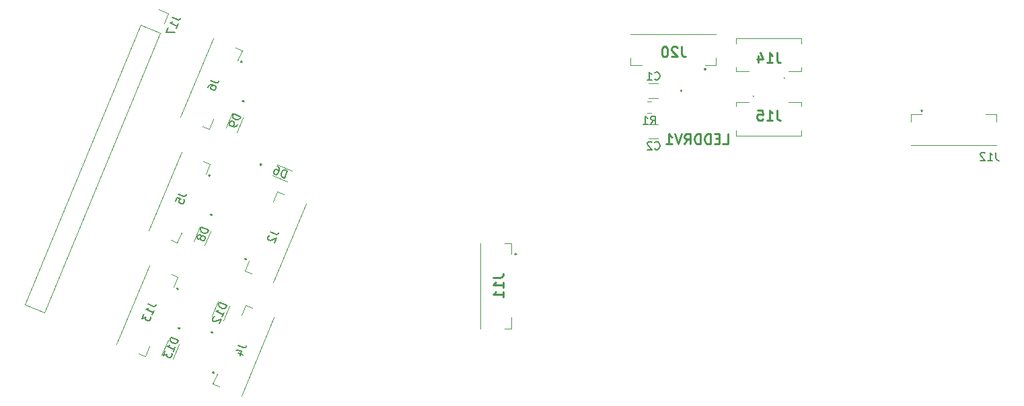
<source format=gbr>
%TF.GenerationSoftware,KiCad,Pcbnew,5.1.6*%
%TF.CreationDate,2020-08-23T11:13:54-07:00*%
%TF.ProjectId,plant_station_v3,706c616e-745f-4737-9461-74696f6e5f76,rev?*%
%TF.SameCoordinates,Original*%
%TF.FileFunction,Legend,Bot*%
%TF.FilePolarity,Positive*%
%FSLAX46Y46*%
G04 Gerber Fmt 4.6, Leading zero omitted, Abs format (unit mm)*
G04 Created by KiCad (PCBNEW 5.1.6) date 2020-08-23 11:13:54*
%MOMM*%
%LPD*%
G01*
G04 APERTURE LIST*
%ADD10C,0.200000*%
%ADD11C,0.100000*%
%ADD12C,0.120000*%
%ADD13C,0.127000*%
%ADD14C,0.150000*%
%ADD15C,0.254000*%
G04 APERTURE END LIST*
D10*
%TO.C,J2*%
X93454363Y-88752722D02*
G75*
G03*
X93269587Y-88676184I-92388J38269D01*
G01*
X93269587Y-88676185D02*
G75*
G03*
X93454363Y-88752721I92388J-38268D01*
G01*
D11*
X96900855Y-91668594D02*
X101014702Y-81736889D01*
X97411572Y-80244424D02*
X98243064Y-80588839D01*
X96885383Y-81514758D02*
X97411572Y-80244424D01*
X93297725Y-90176129D02*
X94129217Y-90520544D01*
X93823915Y-88905794D02*
X93297725Y-90176129D01*
D10*
X93269587Y-88676184D02*
X93269587Y-88676184D01*
X93454363Y-88752721D02*
X93454363Y-88752721D01*
%TO.C,D13*%
X84945523Y-97405155D02*
G75*
G02*
X85130299Y-97481693I92388J-38269D01*
G01*
X85130299Y-97481692D02*
G75*
G02*
X84945523Y-97405156I-92388J38268D01*
G01*
X85130299Y-97481693D02*
X85130299Y-97481693D01*
X84945523Y-97405156D02*
X84945523Y-97405156D01*
D11*
X85003722Y-99485808D02*
X84238355Y-101333567D01*
X83617903Y-98911783D02*
X82852536Y-100759542D01*
D10*
%TO.C,J13*%
X84727451Y-92444062D02*
G75*
G03*
X84912227Y-92520600I92388J-38269D01*
G01*
X84912227Y-92520599D02*
G75*
G03*
X84727451Y-92444063I-92388J38268D01*
G01*
X84727451Y-92444063D02*
X84727451Y-92444063D01*
X84912227Y-92520600D02*
X84912227Y-92520600D01*
D11*
X84357899Y-92290990D02*
X84884089Y-91020655D01*
X84884089Y-91020655D02*
X84052597Y-90676240D01*
X81296431Y-99682026D02*
X80770242Y-100952360D01*
X80770242Y-100952360D02*
X79938750Y-100607945D01*
X81280959Y-89528190D02*
X77167112Y-99459895D01*
D12*
%TO.C,J17*%
X68076850Y-95483519D02*
X65619330Y-94465581D01*
X82680050Y-60228276D02*
X68076850Y-95483519D01*
X80222530Y-59210338D02*
X65619330Y-94465581D01*
X82680050Y-60228276D02*
X80222530Y-59210338D01*
X83166058Y-59054949D02*
X83675027Y-57826189D01*
X83675027Y-57826189D02*
X82446267Y-57317220D01*
D11*
%TO.C,J12*%
X177125000Y-74425001D02*
X187875000Y-74425001D01*
X187875000Y-70525001D02*
X187875000Y-71425001D01*
X186500000Y-70525001D02*
X187875000Y-70525001D01*
X177125000Y-70525001D02*
X177125000Y-71425001D01*
X178500000Y-70525001D02*
X177125000Y-70525001D01*
D10*
X178500000Y-69925001D02*
X178500000Y-69925001D01*
X178500000Y-70125001D02*
X178500000Y-70125001D01*
X178500000Y-70125001D02*
G75*
G03*
X178500000Y-69925001I0J100000D01*
G01*
X178500000Y-69925001D02*
G75*
G03*
X178500000Y-70125001I0J-100000D01*
G01*
D11*
%TO.C,J11*%
X122975000Y-86725000D02*
X122975000Y-97475000D01*
X126875000Y-97475000D02*
X125975000Y-97475000D01*
X126875000Y-96100000D02*
X126875000Y-97475000D01*
X126875000Y-86725000D02*
X125975000Y-86725000D01*
X126875000Y-88100000D02*
X126875000Y-86725000D01*
D10*
X127475000Y-88100000D02*
X127475000Y-88100000D01*
X127275000Y-88100000D02*
X127275000Y-88100000D01*
X127275000Y-88100000D02*
G75*
G03*
X127475000Y-88100000I100000J0D01*
G01*
X127475000Y-88100000D02*
G75*
G03*
X127275000Y-88100000I-100000J0D01*
G01*
%TO.C,J6*%
X92967810Y-63926761D02*
G75*
G03*
X92783034Y-63850225I-92388J38268D01*
G01*
X92783034Y-63850224D02*
G75*
G03*
X92967810Y-63926762I92388J-38269D01*
G01*
X92783034Y-63850225D02*
X92783034Y-63850225D01*
X92967810Y-63926762D02*
X92967810Y-63926762D01*
D11*
X92413482Y-63697152D02*
X92939672Y-62426817D01*
X92939672Y-62426817D02*
X92108180Y-62082402D01*
X89352014Y-71088188D02*
X88825825Y-72358522D01*
X88825825Y-72358522D02*
X87994333Y-72014107D01*
X89336542Y-60934352D02*
X85222695Y-70866057D01*
D10*
%TO.C,LEDDRV1*%
X148325000Y-67520000D02*
G75*
G03*
X148325000Y-67520000I-100000J0D01*
G01*
%TO.C,D9*%
X93001105Y-68811317D02*
G75*
G02*
X93185881Y-68887855I92388J-38269D01*
G01*
X93185881Y-68887854D02*
G75*
G02*
X93001105Y-68811318I-92388J38268D01*
G01*
X93185881Y-68887855D02*
X93185881Y-68887855D01*
X93001105Y-68811318D02*
X93001105Y-68811318D01*
D11*
X93059304Y-70891970D02*
X92293937Y-72739729D01*
X91673485Y-70317945D02*
X90908118Y-72165704D01*
D12*
%TO.C,C1*%
X145327064Y-68430000D02*
X144122936Y-68430000D01*
X145327064Y-66610000D02*
X144122936Y-66610000D01*
D11*
%TO.C,J14*%
X161125000Y-65895000D02*
X161125000Y-65895000D01*
X161225000Y-65895000D02*
X161225000Y-65895000D01*
X155100000Y-60895000D02*
X155100000Y-61595000D01*
X163350000Y-60895000D02*
X155100000Y-60895000D01*
X163350000Y-61595000D02*
X163350000Y-60895000D01*
X155100000Y-65095000D02*
X155100000Y-64595000D01*
X156725000Y-65095000D02*
X155100000Y-65095000D01*
X163350000Y-65095000D02*
X163350000Y-64595000D01*
X161725000Y-65095000D02*
X163350000Y-65095000D01*
X161225000Y-65895000D02*
G75*
G02*
X161125000Y-65895000I-50000J0D01*
G01*
X161125000Y-65895000D02*
G75*
G02*
X161225000Y-65895000I50000J0D01*
G01*
D12*
%TO.C,R1*%
X143966422Y-68910000D02*
X144483578Y-68910000D01*
X143966422Y-70330000D02*
X144483578Y-70330000D01*
D10*
%TO.C,J4*%
X89426571Y-103049641D02*
G75*
G03*
X89241795Y-102973103I-92388J38269D01*
G01*
X89241795Y-102973104D02*
G75*
G03*
X89426571Y-103049640I92388J-38268D01*
G01*
X89426571Y-103049640D02*
X89426571Y-103049640D01*
X89241795Y-102973103D02*
X89241795Y-102973103D01*
D11*
X89796123Y-103202713D02*
X89269933Y-104473048D01*
X89269933Y-104473048D02*
X90101425Y-104817463D01*
X92857591Y-95811677D02*
X93383780Y-94541343D01*
X93383780Y-94541343D02*
X94215272Y-94885758D01*
X92873063Y-105965513D02*
X96986910Y-96033808D01*
D10*
%TO.C,J20*%
X151225000Y-64720000D02*
X151225000Y-64720000D01*
X151225000Y-64920000D02*
X151225000Y-64920000D01*
D11*
X151225000Y-64320000D02*
X152600000Y-64320000D01*
X152600000Y-64320000D02*
X152600000Y-63420000D01*
X143225000Y-64320000D02*
X141850000Y-64320000D01*
X141850000Y-64320000D02*
X141850000Y-63420000D01*
X152600000Y-60420000D02*
X141850000Y-60420000D01*
D10*
X151225000Y-64720000D02*
G75*
G03*
X151225000Y-64920000I0J-100000D01*
G01*
X151225000Y-64920000D02*
G75*
G03*
X151225000Y-64720000I0J100000D01*
G01*
D12*
%TO.C,C2*%
X144122936Y-71760000D02*
X145327064Y-71760000D01*
X144122936Y-73580000D02*
X145327064Y-73580000D01*
D10*
%TO.C,J5*%
X88940019Y-78223680D02*
G75*
G03*
X88755243Y-78147144I-92388J38268D01*
G01*
X88755243Y-78147143D02*
G75*
G03*
X88940019Y-78223681I92388J-38269D01*
G01*
X88755243Y-78147144D02*
X88755243Y-78147144D01*
X88940019Y-78223681D02*
X88940019Y-78223681D01*
D11*
X88385691Y-77994071D02*
X88911881Y-76723736D01*
X88911881Y-76723736D02*
X88080389Y-76379321D01*
X85324223Y-85385107D02*
X84798034Y-86655441D01*
X84798034Y-86655441D02*
X83966542Y-86311026D01*
X85308751Y-75231271D02*
X81194904Y-85162976D01*
%TO.C,J15*%
X157325000Y-68195000D02*
X157325000Y-68195000D01*
X157225000Y-68195000D02*
X157225000Y-68195000D01*
X163350000Y-73195000D02*
X163350000Y-72495000D01*
X155100000Y-73195000D02*
X163350000Y-73195000D01*
X155100000Y-72495000D02*
X155100000Y-73195000D01*
X163350000Y-68995000D02*
X163350000Y-69495000D01*
X161725000Y-68995000D02*
X163350000Y-68995000D01*
X155100000Y-68995000D02*
X155100000Y-69495000D01*
X156725000Y-68995000D02*
X155100000Y-68995000D01*
X157225000Y-68195000D02*
G75*
G02*
X157325000Y-68195000I50000J0D01*
G01*
X157325000Y-68195000D02*
G75*
G02*
X157225000Y-68195000I-50000J0D01*
G01*
D10*
%TO.C,D12*%
X89246768Y-97996160D02*
G75*
G02*
X89061992Y-97919622I-92388J38269D01*
G01*
X89061992Y-97919623D02*
G75*
G02*
X89246768Y-97996159I92388J-38268D01*
G01*
X89061992Y-97919622D02*
X89061992Y-97919622D01*
X89246768Y-97996159D02*
X89246768Y-97996159D01*
D11*
X89188569Y-95915507D02*
X89953936Y-94067748D01*
X90574388Y-96489532D02*
X91339755Y-94641773D01*
D10*
%TO.C,D6*%
X95279567Y-76898877D02*
G75*
G02*
X95356105Y-76714101I38269J92388D01*
G01*
X95356104Y-76714101D02*
G75*
G02*
X95279568Y-76898877I-38268J-92388D01*
G01*
X95356105Y-76714101D02*
X95356105Y-76714101D01*
X95279568Y-76898877D02*
X95279568Y-76898877D01*
D11*
X97360220Y-76840678D02*
X99207979Y-77606045D01*
X96786195Y-78226497D02*
X98633954Y-78991864D01*
D10*
%TO.C,D8*%
X88973314Y-83108236D02*
G75*
G02*
X89158090Y-83184774I92388J-38269D01*
G01*
X89158090Y-83184773D02*
G75*
G02*
X88973314Y-83108237I-92388J38268D01*
G01*
X89158090Y-83184774D02*
X89158090Y-83184774D01*
X88973314Y-83108237D02*
X88973314Y-83108237D01*
D11*
X89031513Y-85188889D02*
X88266146Y-87036648D01*
X87645694Y-84614864D02*
X86880327Y-86462623D01*
%TO.C,J2*%
D13*
X96500677Y-85324179D02*
X97160591Y-85597524D01*
X97310796Y-85608199D01*
X97435231Y-85556657D01*
X97533894Y-85442897D01*
X97570340Y-85354908D01*
X96424658Y-85756573D02*
X96362441Y-85782345D01*
X96282000Y-85852110D01*
X96190885Y-86072081D01*
X96198433Y-86178293D01*
X96224205Y-86240510D01*
X96293970Y-86320951D01*
X96381959Y-86357397D01*
X96532165Y-86368071D01*
X97278772Y-86058816D01*
X97041873Y-86630742D01*
%TO.C,D13*%
X84906432Y-98942969D02*
X83982552Y-98560286D01*
X83891437Y-98780257D01*
X83880763Y-98930463D01*
X83932305Y-99054898D01*
X84002071Y-99135338D01*
X84159825Y-99252224D01*
X84291807Y-99306893D01*
X84486007Y-99335791D01*
X84592219Y-99328243D01*
X84716654Y-99276701D01*
X84815317Y-99162941D01*
X84906432Y-98942969D01*
X84323295Y-100350786D02*
X84541972Y-99822855D01*
X84432633Y-100086820D02*
X83508754Y-99704137D01*
X83677183Y-99670817D01*
X83801617Y-99619275D01*
X83882058Y-99549509D01*
X83271855Y-100276062D02*
X83034955Y-100847988D01*
X83514471Y-100685812D01*
X83459802Y-100817795D01*
X83467350Y-100924006D01*
X83493121Y-100986224D01*
X83562887Y-101066664D01*
X83782858Y-101157779D01*
X83889069Y-101150231D01*
X83951287Y-101124460D01*
X84031727Y-101054694D01*
X84141065Y-100790729D01*
X84133517Y-100684517D01*
X84107746Y-100622300D01*
%TO.C,J13*%
X81106621Y-94397612D02*
X81766535Y-94670958D01*
X81916741Y-94681632D01*
X82041175Y-94630090D01*
X82139838Y-94516330D01*
X82176285Y-94428342D01*
X81647817Y-95704175D02*
X81866493Y-95176244D01*
X81757155Y-95440210D02*
X80833276Y-95057526D01*
X81001704Y-95024207D01*
X81126139Y-94972664D01*
X81206579Y-94902899D01*
X80596376Y-95629452D02*
X80359477Y-96201377D01*
X80838992Y-96039201D01*
X80784323Y-96171184D01*
X80791871Y-96277396D01*
X80817643Y-96339613D01*
X80887408Y-96420053D01*
X81107379Y-96511168D01*
X81213591Y-96503620D01*
X81275808Y-96477849D01*
X81356249Y-96408083D01*
X81465587Y-96144118D01*
X81458038Y-96037906D01*
X81432267Y-95975689D01*
%TO.C,J17*%
D14*
X84146525Y-58314251D02*
X84806439Y-58587597D01*
X84956645Y-58598271D01*
X85081079Y-58546729D01*
X85179742Y-58432969D01*
X85216189Y-58344981D01*
X84687721Y-59620814D02*
X84906397Y-59092883D01*
X84797059Y-59356849D02*
X83873180Y-58974165D01*
X84041608Y-58940846D01*
X84166043Y-58889303D01*
X84246483Y-58819538D01*
X83636280Y-59546091D02*
X83381158Y-60162010D01*
X84469045Y-60148745D01*
%TO.C,J12*%
X187809523Y-75302380D02*
X187809523Y-76016666D01*
X187857142Y-76159523D01*
X187952380Y-76254761D01*
X188095238Y-76302380D01*
X188190476Y-76302380D01*
X186809523Y-76302380D02*
X187380952Y-76302380D01*
X187095238Y-76302380D02*
X187095238Y-75302380D01*
X187190476Y-75445238D01*
X187285714Y-75540476D01*
X187380952Y-75588095D01*
X186428571Y-75397619D02*
X186380952Y-75350000D01*
X186285714Y-75302380D01*
X186047619Y-75302380D01*
X185952380Y-75350000D01*
X185904761Y-75397619D01*
X185857142Y-75492857D01*
X185857142Y-75588095D01*
X185904761Y-75730952D01*
X186476190Y-76302380D01*
X185857142Y-76302380D01*
%TO.C,J11*%
D15*
X124529523Y-91071904D02*
X125436666Y-91071904D01*
X125618095Y-91011428D01*
X125739047Y-90890476D01*
X125799523Y-90709047D01*
X125799523Y-90588095D01*
X125799523Y-92341904D02*
X125799523Y-91616190D01*
X125799523Y-91979047D02*
X124529523Y-91979047D01*
X124710952Y-91858095D01*
X124831904Y-91737142D01*
X124892380Y-91616190D01*
X125799523Y-93551428D02*
X125799523Y-92825714D01*
X125799523Y-93188571D02*
X124529523Y-93188571D01*
X124710952Y-93067619D01*
X124831904Y-92946666D01*
X124892380Y-92825714D01*
%TO.C,J6*%
D13*
X88979974Y-66243717D02*
X89639888Y-66517062D01*
X89790093Y-66527737D01*
X89914528Y-66476195D01*
X90013191Y-66362435D01*
X90049637Y-66274446D01*
X88633736Y-67079608D02*
X88706628Y-66903631D01*
X88787069Y-66833865D01*
X88849286Y-66808094D01*
X89017715Y-66774775D01*
X89211915Y-66803672D01*
X89563869Y-66949457D01*
X89633634Y-67029897D01*
X89659406Y-67092114D01*
X89666954Y-67198326D01*
X89594062Y-67374303D01*
X89513621Y-67444068D01*
X89451404Y-67469840D01*
X89345193Y-67477388D01*
X89125221Y-67386273D01*
X89055456Y-67305832D01*
X89029685Y-67243615D01*
X89022136Y-67137404D01*
X89095028Y-66961427D01*
X89175469Y-66891661D01*
X89237686Y-66865890D01*
X89343898Y-66858342D01*
%TO.C,LEDDRV1*%
D15*
X153460476Y-74244523D02*
X154065238Y-74244523D01*
X154065238Y-72974523D01*
X153037142Y-73579285D02*
X152613809Y-73579285D01*
X152432380Y-74244523D02*
X153037142Y-74244523D01*
X153037142Y-72974523D01*
X152432380Y-72974523D01*
X151888095Y-74244523D02*
X151888095Y-72974523D01*
X151585714Y-72974523D01*
X151404285Y-73035000D01*
X151283333Y-73155952D01*
X151222857Y-73276904D01*
X151162380Y-73518809D01*
X151162380Y-73700238D01*
X151222857Y-73942142D01*
X151283333Y-74063095D01*
X151404285Y-74184047D01*
X151585714Y-74244523D01*
X151888095Y-74244523D01*
X150618095Y-74244523D02*
X150618095Y-72974523D01*
X150315714Y-72974523D01*
X150134285Y-73035000D01*
X150013333Y-73155952D01*
X149952857Y-73276904D01*
X149892380Y-73518809D01*
X149892380Y-73700238D01*
X149952857Y-73942142D01*
X150013333Y-74063095D01*
X150134285Y-74184047D01*
X150315714Y-74244523D01*
X150618095Y-74244523D01*
X148622380Y-74244523D02*
X149045714Y-73639761D01*
X149348095Y-74244523D02*
X149348095Y-72974523D01*
X148864285Y-72974523D01*
X148743333Y-73035000D01*
X148682857Y-73095476D01*
X148622380Y-73216428D01*
X148622380Y-73397857D01*
X148682857Y-73518809D01*
X148743333Y-73579285D01*
X148864285Y-73639761D01*
X149348095Y-73639761D01*
X148259523Y-72974523D02*
X147836190Y-74244523D01*
X147412857Y-72974523D01*
X146324285Y-74244523D02*
X147050000Y-74244523D01*
X146687142Y-74244523D02*
X146687142Y-72974523D01*
X146808095Y-73155952D01*
X146929047Y-73276904D01*
X147050000Y-73337380D01*
%TO.C,D9*%
D13*
X92779784Y-70789074D02*
X91855904Y-70406391D01*
X91764789Y-70626362D01*
X91754114Y-70776568D01*
X91805657Y-70901002D01*
X91875422Y-70981443D01*
X92033176Y-71098329D01*
X92165159Y-71152998D01*
X92359359Y-71181896D01*
X92465571Y-71174348D01*
X92590005Y-71122805D01*
X92688669Y-71009045D01*
X92779784Y-70789074D01*
X92378877Y-71756948D02*
X92305985Y-71932925D01*
X92225545Y-72002690D01*
X92163328Y-72028462D01*
X91994899Y-72061781D01*
X91800699Y-72032883D01*
X91448745Y-71887099D01*
X91378979Y-71806659D01*
X91353208Y-71744442D01*
X91345660Y-71638230D01*
X91418552Y-71462253D01*
X91498992Y-71392487D01*
X91561209Y-71366716D01*
X91667421Y-71359168D01*
X91887392Y-71450283D01*
X91957158Y-71530723D01*
X91982929Y-71592941D01*
X91990477Y-71699152D01*
X91917585Y-71875129D01*
X91837145Y-71944895D01*
X91774928Y-71970666D01*
X91668716Y-71978214D01*
%TO.C,C1*%
D14*
X144891666Y-66057142D02*
X144939285Y-66104761D01*
X145082142Y-66152380D01*
X145177380Y-66152380D01*
X145320238Y-66104761D01*
X145415476Y-66009523D01*
X145463095Y-65914285D01*
X145510714Y-65723809D01*
X145510714Y-65580952D01*
X145463095Y-65390476D01*
X145415476Y-65295238D01*
X145320238Y-65200000D01*
X145177380Y-65152380D01*
X145082142Y-65152380D01*
X144939285Y-65200000D01*
X144891666Y-65247619D01*
X143939285Y-66152380D02*
X144510714Y-66152380D01*
X144225000Y-66152380D02*
X144225000Y-65152380D01*
X144320238Y-65295238D01*
X144415476Y-65390476D01*
X144510714Y-65438095D01*
%TO.C,J14*%
D15*
X160253095Y-62724523D02*
X160253095Y-63631666D01*
X160313571Y-63813095D01*
X160434523Y-63934047D01*
X160615952Y-63994523D01*
X160736904Y-63994523D01*
X158983095Y-63994523D02*
X159708809Y-63994523D01*
X159345952Y-63994523D02*
X159345952Y-62724523D01*
X159466904Y-62905952D01*
X159587857Y-63026904D01*
X159708809Y-63087380D01*
X157894523Y-63147857D02*
X157894523Y-63994523D01*
X158196904Y-62664047D02*
X158499285Y-63571190D01*
X157713095Y-63571190D01*
%TO.C,R1*%
D14*
X144391666Y-71722380D02*
X144725000Y-71246190D01*
X144963095Y-71722380D02*
X144963095Y-70722380D01*
X144582142Y-70722380D01*
X144486904Y-70770000D01*
X144439285Y-70817619D01*
X144391666Y-70912857D01*
X144391666Y-71055714D01*
X144439285Y-71150952D01*
X144486904Y-71198571D01*
X144582142Y-71246190D01*
X144963095Y-71246190D01*
X143439285Y-71722380D02*
X144010714Y-71722380D01*
X143725000Y-71722380D02*
X143725000Y-70722380D01*
X143820238Y-70865238D01*
X143915476Y-70960476D01*
X144010714Y-71008095D01*
%TO.C,J4*%
D13*
X92472885Y-99621098D02*
X93132799Y-99894443D01*
X93283004Y-99905118D01*
X93407439Y-99853576D01*
X93506102Y-99739816D01*
X93542548Y-99651827D01*
X92434607Y-100584550D02*
X93050527Y-100839672D01*
X92173768Y-100218795D02*
X92924797Y-100272169D01*
X92687898Y-100844094D01*
%TO.C,J20*%
D15*
X148253095Y-61974523D02*
X148253095Y-62881666D01*
X148313571Y-63063095D01*
X148434523Y-63184047D01*
X148615952Y-63244523D01*
X148736904Y-63244523D01*
X147708809Y-62095476D02*
X147648333Y-62035000D01*
X147527380Y-61974523D01*
X147225000Y-61974523D01*
X147104047Y-62035000D01*
X147043571Y-62095476D01*
X146983095Y-62216428D01*
X146983095Y-62337380D01*
X147043571Y-62518809D01*
X147769285Y-63244523D01*
X146983095Y-63244523D01*
X146196904Y-61974523D02*
X146075952Y-61974523D01*
X145955000Y-62035000D01*
X145894523Y-62095476D01*
X145834047Y-62216428D01*
X145773571Y-62458333D01*
X145773571Y-62760714D01*
X145834047Y-63002619D01*
X145894523Y-63123571D01*
X145955000Y-63184047D01*
X146075952Y-63244523D01*
X146196904Y-63244523D01*
X146317857Y-63184047D01*
X146378333Y-63123571D01*
X146438809Y-63002619D01*
X146499285Y-62760714D01*
X146499285Y-62458333D01*
X146438809Y-62216428D01*
X146378333Y-62095476D01*
X146317857Y-62035000D01*
X146196904Y-61974523D01*
%TO.C,C2*%
D14*
X144891666Y-74847142D02*
X144939285Y-74894761D01*
X145082142Y-74942380D01*
X145177380Y-74942380D01*
X145320238Y-74894761D01*
X145415476Y-74799523D01*
X145463095Y-74704285D01*
X145510714Y-74513809D01*
X145510714Y-74370952D01*
X145463095Y-74180476D01*
X145415476Y-74085238D01*
X145320238Y-73990000D01*
X145177380Y-73942380D01*
X145082142Y-73942380D01*
X144939285Y-73990000D01*
X144891666Y-74037619D01*
X144510714Y-74037619D02*
X144463095Y-73990000D01*
X144367857Y-73942380D01*
X144129761Y-73942380D01*
X144034523Y-73990000D01*
X143986904Y-74037619D01*
X143939285Y-74132857D01*
X143939285Y-74228095D01*
X143986904Y-74370952D01*
X144558333Y-74942380D01*
X143939285Y-74942380D01*
%TO.C,J5*%
D13*
X84952183Y-80540636D02*
X85612097Y-80813981D01*
X85762302Y-80824656D01*
X85886737Y-80773114D01*
X85985400Y-80659354D01*
X86021846Y-80571365D01*
X84587722Y-81420521D02*
X84769952Y-80980579D01*
X85228118Y-81118814D01*
X85165901Y-81144586D01*
X85085460Y-81214351D01*
X84994345Y-81434323D01*
X85001894Y-81540534D01*
X85027665Y-81602751D01*
X85097430Y-81683192D01*
X85317402Y-81774307D01*
X85423613Y-81766759D01*
X85485830Y-81740987D01*
X85566271Y-81671222D01*
X85657386Y-81451251D01*
X85649838Y-81345039D01*
X85624066Y-81282822D01*
%TO.C,J15*%
D15*
X160253095Y-69974523D02*
X160253095Y-70881666D01*
X160313571Y-71063095D01*
X160434523Y-71184047D01*
X160615952Y-71244523D01*
X160736904Y-71244523D01*
X158983095Y-71244523D02*
X159708809Y-71244523D01*
X159345952Y-71244523D02*
X159345952Y-69974523D01*
X159466904Y-70155952D01*
X159587857Y-70276904D01*
X159708809Y-70337380D01*
X157834047Y-69974523D02*
X158438809Y-69974523D01*
X158499285Y-70579285D01*
X158438809Y-70518809D01*
X158317857Y-70458333D01*
X158015476Y-70458333D01*
X157894523Y-70518809D01*
X157834047Y-70579285D01*
X157773571Y-70700238D01*
X157773571Y-71002619D01*
X157834047Y-71123571D01*
X157894523Y-71184047D01*
X158015476Y-71244523D01*
X158317857Y-71244523D01*
X158438809Y-71184047D01*
X158499285Y-71123571D01*
%TO.C,D12*%
D13*
X91051123Y-94560874D02*
X90127243Y-94178191D01*
X90036128Y-94398162D01*
X90025454Y-94548368D01*
X90076996Y-94672803D01*
X90146762Y-94753243D01*
X90304516Y-94870129D01*
X90436498Y-94924798D01*
X90630698Y-94953696D01*
X90736910Y-94946148D01*
X90861345Y-94894606D01*
X90960008Y-94780846D01*
X91051123Y-94560874D01*
X90467986Y-95968691D02*
X90686663Y-95440760D01*
X90577324Y-95704725D02*
X89653445Y-95322042D01*
X89821874Y-95288722D01*
X89946308Y-95237180D01*
X90026749Y-95167414D01*
X89486311Y-95974408D02*
X89424094Y-96000179D01*
X89343654Y-96069944D01*
X89252539Y-96289916D01*
X89260087Y-96396127D01*
X89285858Y-96458345D01*
X89355623Y-96538785D01*
X89443612Y-96575231D01*
X89593818Y-96585906D01*
X90340425Y-96276651D01*
X90103526Y-96848576D01*
%TO.C,D6*%
X98274909Y-78521002D02*
X98657592Y-77597122D01*
X98437621Y-77506007D01*
X98287415Y-77495332D01*
X98162981Y-77546875D01*
X98082540Y-77616640D01*
X97965654Y-77774394D01*
X97910985Y-77906377D01*
X97882087Y-78100577D01*
X97889635Y-78206789D01*
X97941178Y-78331223D01*
X98054938Y-78429887D01*
X98274909Y-78521002D01*
X97337764Y-77050432D02*
X97513741Y-77123324D01*
X97583507Y-77203764D01*
X97609278Y-77265981D01*
X97642598Y-77434410D01*
X97613700Y-77628610D01*
X97467916Y-77980564D01*
X97387475Y-78050330D01*
X97325258Y-78076101D01*
X97219047Y-78083649D01*
X97043070Y-78010757D01*
X96973304Y-77930317D01*
X96947533Y-77868100D01*
X96939985Y-77761888D01*
X97031100Y-77541917D01*
X97111540Y-77472151D01*
X97173757Y-77446380D01*
X97279969Y-77438832D01*
X97455946Y-77511724D01*
X97525711Y-77592164D01*
X97551483Y-77654381D01*
X97559031Y-77760593D01*
%TO.C,D8*%
X88751993Y-85085993D02*
X87828113Y-84703310D01*
X87736998Y-84923281D01*
X87726323Y-85073487D01*
X87777866Y-85197921D01*
X87847631Y-85278362D01*
X88005385Y-85395248D01*
X88137368Y-85449917D01*
X88331568Y-85478815D01*
X88437780Y-85471267D01*
X88562214Y-85419724D01*
X88660878Y-85305964D01*
X88751993Y-85085993D01*
X87786709Y-85923179D02*
X87779161Y-85816968D01*
X87753390Y-85754750D01*
X87683624Y-85674310D01*
X87639630Y-85656087D01*
X87533418Y-85663635D01*
X87471201Y-85689406D01*
X87390761Y-85759172D01*
X87317869Y-85935149D01*
X87325417Y-86041361D01*
X87351188Y-86103578D01*
X87420954Y-86184018D01*
X87464948Y-86202241D01*
X87571159Y-86194693D01*
X87633377Y-86168922D01*
X87713817Y-86099156D01*
X87786709Y-85923179D01*
X87867149Y-85853414D01*
X87929367Y-85827642D01*
X88035578Y-85820094D01*
X88211555Y-85892986D01*
X88281321Y-85973427D01*
X88307092Y-86035644D01*
X88314640Y-86141855D01*
X88241748Y-86317832D01*
X88161308Y-86387598D01*
X88099091Y-86413369D01*
X87992879Y-86420917D01*
X87816902Y-86348025D01*
X87747137Y-86267585D01*
X87721365Y-86205368D01*
X87713817Y-86099156D01*
%TD*%
M02*

</source>
